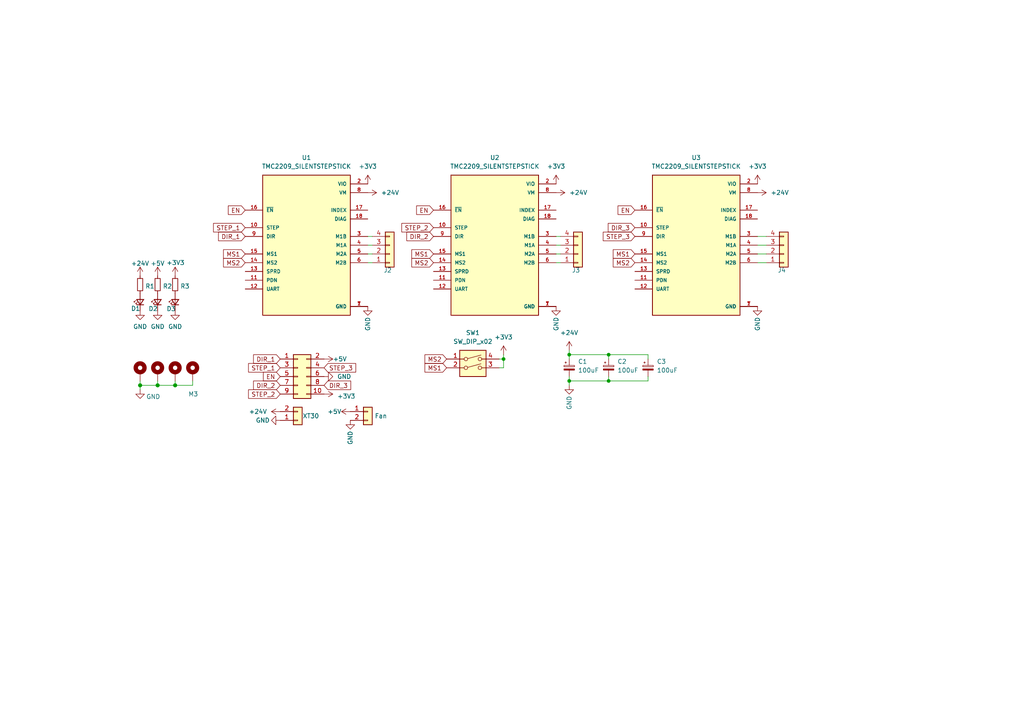
<source format=kicad_sch>
(kicad_sch (version 20231120) (generator "eeschema") (generator_version "8.0")
  (paper "A4")
  (lib_symbols
    (symbol "Connector_Generic:Conn_01x02" (pin_names (offset 1.016) hide)
      (property "Reference" "J" (at 0 2.54 0))
      (property "Value" "Conn_01x02" (at 0 -5.08 0))
      (symbol "Conn_01x02_1_1"
        (rectangle (start -1.27 -2.413) (end 0 -2.667) (stroke (width 0.1524)))
        (rectangle (start -1.27 0.127) (end 0 -0.127) (stroke (width 0.1524)))
        (rectangle (start -1.27 1.27) (end 1.27 -3.81) (stroke (width 0.254)) (fill (type background)))
        (pin passive line (at -5.08 0 0) (length 3.81) (name "Pin_1") (number "1"))
        (pin passive line (at -5.08 -2.54 0) (length 3.81) (name "Pin_2") (number "2"))
      )
    )
    (symbol "Connector_Generic:Conn_01x04" (pin_names (offset 1.016) hide)
      (property "Reference" "J" (at 0 5.08 0))
      (property "Value" "Conn_01x04" (at 0 -7.62 0))
      (symbol "Conn_01x04_1_1"
        (rectangle (start -1.27 -4.953) (end 0 -5.207) (stroke (width 0.1524)))
        (rectangle (start -1.27 -2.413) (end 0 -2.667) (stroke (width 0.1524)))
        (rectangle (start -1.27 0.127) (end 0 -0.127) (stroke (width 0.1524)))
        (rectangle (start -1.27 2.667) (end 0 2.413) (stroke (width 0.1524)))
        (rectangle (start -1.27 3.81) (end 1.27 -6.35) (stroke (width 0.254)) (fill (type background)))
        (pin passive line (at -5.08 2.54 0) (length 3.81) (name "Pin_1") (number "1"))
        (pin passive line (at -5.08 0 0) (length 3.81) (name "Pin_2") (number "2"))
        (pin passive line (at -5.08 -2.54 0) (length 3.81) (name "Pin_3") (number "3"))
        (pin passive line (at -5.08 -5.08 0) (length 3.81) (name "Pin_4") (number "4"))
      )
    )
    (symbol "Connector_Generic:Conn_02x05_Odd_Even" (pin_names (offset 1.016) hide)
      (property "Reference" "J" (at 1.27 7.62 0))
      (property "Value" "Conn_02x05_Odd_Even" (at 1.27 -7.62 0))
      (symbol "Conn_02x05_Odd_Even_1_1"
        (rectangle (start -1.27 -4.953) (end 0 -5.207) (stroke (width 0.1524)))
        (rectangle (start -1.27 -2.413) (end 0 -2.667) (stroke (width 0.1524)))
        (rectangle (start -1.27 0.127) (end 0 -0.127) (stroke (width 0.1524)))
        (rectangle (start -1.27 2.667) (end 0 2.413) (stroke (width 0.1524)))
        (rectangle (start -1.27 5.207) (end 0 4.953) (stroke (width 0.1524)))
        (rectangle (start -1.27 6.35) (end 3.81 -6.35) (stroke (width 0.254)) (fill (type background)))
        (rectangle (start 3.81 -4.953) (end 2.54 -5.207) (stroke (width 0.1524)))
        (rectangle (start 3.81 -2.413) (end 2.54 -2.667) (stroke (width 0.1524)))
        (rectangle (start 3.81 0.127) (end 2.54 -0.127) (stroke (width 0.1524)))
        (rectangle (start 3.81 2.667) (end 2.54 2.413) (stroke (width 0.1524)))
        (rectangle (start 3.81 5.207) (end 2.54 4.953) (stroke (width 0.1524)))
        (pin passive line (at -5.08 5.08 0) (length 3.81) (name "Pin_1") (number "1"))
        (pin passive line (at 7.62 -5.08 180) (length 3.81) (name "Pin_10") (number "10"))
        (pin passive line (at 7.62 5.08 180) (length 3.81) (name "Pin_2") (number "2"))
        (pin passive line (at -5.08 2.54 0) (length 3.81) (name "Pin_3") (number "3"))
        (pin passive line (at 7.62 2.54 180) (length 3.81) (name "Pin_4") (number "4"))
        (pin passive line (at -5.08 0 0) (length 3.81) (name "Pin_5") (number "5"))
        (pin passive line (at 7.62 0 180) (length 3.81) (name "Pin_6") (number "6"))
        (pin passive line (at -5.08 -2.54 0) (length 3.81) (name "Pin_7") (number "7"))
        (pin passive line (at 7.62 -2.54 180) (length 3.81) (name "Pin_8") (number "8"))
        (pin passive line (at -5.08 -5.08 0) (length 3.81) (name "Pin_9") (number "9"))
      )
    )
    (symbol "Device:C_Polarized_Small" (pin_numbers hide) (pin_names (offset 0.254) hide)
      (property "Reference" "C" (at 0.254 1.778 0))
      (property "Value" "C_Polarized_Small" (at 0.254 -2.032 0))
      (symbol "C_Polarized_Small_0_1"
        (rectangle (start -1.524 -0.3048) (end 1.524 -0.6858) (fill (type outline)))
        (rectangle (start -1.524 0.6858) (end 1.524 0.3048))
        (polyline (pts (xy -1.27 1.524) (xy -0.762 1.524)))
        (polyline (pts (xy -1.016 1.27) (xy -1.016 1.778)))
      )
      (symbol "C_Polarized_Small_1_1"
        (pin passive line (at 0 2.54 270) (length 1.8542) (name "~") (number "1"))
        (pin passive line (at 0 -2.54 90) (length 1.8542) (name "~") (number "2"))
      )
    )
    (symbol "Device:LED_Small" (pin_numbers hide) (pin_names (offset 0.254) hide)
      (property "Reference" "D" (at -1.27 3.175 0))
      (property "Value" "LED_Small" (at -4.445 -2.54 0))
      (symbol "LED_Small_0_1"
        (polyline (pts (xy -0.762 -1.016) (xy -0.762 1.016)) (stroke (width 0.254)))
        (polyline (pts (xy 1.016 0) (xy -0.762 0)))
        (polyline (pts (xy 0.762 -1.016) (xy -0.762 0) (xy 0.762 1.016) (xy 0.762 -1.016)) (stroke (width 0.254)))
        (polyline (pts (xy 0 0.762) (xy -0.508 1.27) (xy -0.254 1.27) (xy -0.508 1.27) (xy -0.508 1.016)))
        (polyline (pts (xy 0.508 1.27) (xy 0 1.778) (xy 0.254 1.778) (xy 0 1.778) (xy 0 1.524)))
      )
      (symbol "LED_Small_1_1"
        (pin passive line (at -2.54 0 0) (length 1.778) (name "K") (number "1"))
        (pin passive line (at 2.54 0 180) (length 1.778) (name "A") (number "2"))
      )
    )
    (symbol "Device:R_Small" (pin_numbers hide) (pin_names (offset 0.254) hide)
      (property "Reference" "R" (at 0.762 0.508 0))
      (property "Value" "R_Small" (at 0.762 -1.016 0))
      (symbol "R_Small_0_1"
        (rectangle (start -0.762 1.778) (end 0.762 -1.778) (stroke (width 0.2032)))
      )
      (symbol "R_Small_1_1"
        (pin passive line (at 0 2.54 270) (length 0.762) (name "~") (number "1"))
        (pin passive line (at 0 -2.54 90) (length 0.762) (name "~") (number "2"))
      )
    )
    (symbol "Mechanical:MountingHole_Pad" (pin_numbers hide) (pin_names (offset 1.016) hide)
      (property "Reference" "H" (at 0 6.35 0))
      (property "Value" "MountingHole_Pad" (at 0 4.445 0))
      (symbol "MountingHole_Pad_0_1"
        (circle (center 0 1.27) (radius 1.27) (stroke (width 1.27)))
      )
      (symbol "MountingHole_Pad_1_1"
        (pin input line (at 0 -2.54 90) (length 2.54) (name "1") (number "1"))
      )
    )
    (symbol "Switch:SW_DIP_x02" (pin_names (offset 0) hide)
      (property "Reference" "SW" (at 0 6.35 0))
      (property "Value" "SW_DIP_x02" (at 0 -3.81 0))
      (symbol "SW_DIP_x02_0_0"
        (circle (center -2.032 0) (radius 0.508))
        (circle (center -2.032 2.54) (radius 0.508))
        (polyline (pts (xy -1.524 0.127) (xy 2.3622 1.1684)))
        (polyline (pts (xy -1.524 2.667) (xy 2.3622 3.7084)))
        (circle (center 2.032 0) (radius 0.508))
        (circle (center 2.032 2.54) (radius 0.508))
      )
      (symbol "SW_DIP_x02_0_1"
        (rectangle (start -3.81 5.08) (end 3.81 -2.54) (stroke (width 0.254)) (fill (type background)))
      )
      (symbol "SW_DIP_x02_1_1"
        (pin passive line (at -7.62 2.54 0) (length 5.08) (name "~") (number "1"))
        (pin passive line (at -7.62 0 0) (length 5.08) (name "~") (number "2"))
        (pin passive line (at 7.62 0 180) (length 5.08) (name "~") (number "3"))
        (pin passive line (at 7.62 2.54 180) (length 5.08) (name "~") (number "4"))
      )
    )
    (symbol "TMC2209_SILENTSTEPSTICK_1" (pin_names (offset 1.016))
      (property "Reference" "U2" (at 0 25.4 0))
      (property "Value" "TMC2209_SILENTSTEPSTICK" (at 0 22.86 0))
      (symbol "TMC2209_SILENTSTEPSTICK_1_0_0"
        (rectangle (start -12.7 20.32) (end 12.7 -20.32) (stroke (width 0.254)) (fill (type background)))
        (pin power_in line (at 17.78 -17.78 180) (length 5.08) (name "GND") (number "1"))
        (pin input line (at -17.78 5.08 0) (length 5.08) (name "STEP") (number "10"))
        (pin bidirectional line (at -17.78 -10.16 0) (length 5.08) (name "PDN") (number "11"))
        (pin bidirectional line (at -17.78 -12.7 0) (length 5.08) (name "UART") (number "12"))
        (pin input line (at -17.78 -7.62 0) (length 5.08) (name "SPRD") (number "13"))
        (pin input line (at -17.78 -5.08 0) (length 5.08) (name "MS2") (number "14"))
        (pin input line (at -17.78 -2.54 0) (length 5.08) (name "MS1") (number "15"))
        (pin input line (at -17.78 10.16 0) (length 5.08) (name "~{EN}") (number "16"))
        (pin output line (at 17.78 10.16 180) (length 5.08) (name "INDEX") (number "17"))
        (pin output line (at 17.78 7.62 180) (length 5.08) (name "DIAG") (number "18"))
        (pin power_in line (at 17.78 17.78 180) (length 5.08) (name "VIO") (number "2"))
        (pin output line (at 17.78 2.54 180) (length 5.08) (name "M1B") (number "3"))
        (pin output line (at 17.78 0 180) (length 5.08) (name "M1A") (number "4"))
        (pin output line (at 17.78 -2.54 180) (length 5.08) (name "M2A") (number "5"))
        (pin output line (at 17.78 -5.08 180) (length 5.08) (name "M2B") (number "6"))
        (pin power_in line (at 17.78 -17.78 180) (length 5.08) (name "GND") (number "7"))
        (pin power_in line (at 17.78 15.24 180) (length 5.08) (name "VM") (number "8"))
        (pin input line (at -17.78 2.54 0) (length 5.08) (name "DIR") (number "9"))
      )
    )
    (symbol "power:+24V" (power) (pin_names (offset 0))
      (property "Value" "+24V" (at 0 3.556 0))
      (symbol "+24V_0_1"
        (polyline (pts (xy -0.762 1.27) (xy 0 2.54)))
        (polyline (pts (xy 0 0) (xy 0 2.54)))
        (polyline (pts (xy 0 2.54) (xy 0.762 1.27)))
      )
      (symbol "+24V_1_1"
        (pin power_in line (at 0 0 90) (length 0) hide (name "+24V") (number "1"))
      )
    )
    (symbol "power:+3V3" (power) (pin_names (offset 0))
      (property "Value" "+3V3" (at 0 3.556 0))
      (symbol "+3V3_0_1"
        (polyline (pts (xy -0.762 1.27) (xy 0 2.54)))
        (polyline (pts (xy 0 0) (xy 0 2.54)))
        (polyline (pts (xy 0 2.54) (xy 0.762 1.27)))
      )
      (symbol "+3V3_1_1"
        (pin power_in line (at 0 0 90) (length 0) hide (name "+3V3") (number "1"))
      )
    )
    (symbol "power:+5V" (power) (pin_names (offset 0))
      (property "Value" "+5V" (at 0 3.556 0))
      (symbol "+5V_0_1"
        (polyline (pts (xy -0.762 1.27) (xy 0 2.54)))
        (polyline (pts (xy 0 0) (xy 0 2.54)))
        (polyline (pts (xy 0 2.54) (xy 0.762 1.27)))
      )
      (symbol "+5V_1_1"
        (pin power_in line (at 0 0 90) (length 0) hide (name "+5V") (number "1"))
      )
    )
    (symbol "power:GND" (power) (pin_names (offset 0))
      (property "Value" "GND" (at 0 -3.81 0))
      (symbol "GND_0_1"
        (polyline (pts (xy 0 0) (xy 0 -1.27) (xy 1.27 -1.27) (xy 0 -2.54) (xy -1.27 -1.27) (xy 0 -1.27)))
      )
      (symbol "GND_1_1"
        (pin power_in line (at 0 0 270) (length 0) hide (name "GND") (number "1"))
      )
    )
  )
  (junction (at 40.64 111.76) (diameter 1.016))
  (junction (at 176.53 102.87))
  (junction (at 146.05 104.14))
  (junction (at 176.53 110.49))
  (junction (at 165.1 102.87))
  (junction (at 50.8 111.76) (diameter 1.016))
  (junction (at 165.1 110.49))
  (junction (at 45.72 111.76) (diameter 1.016))
  (wire (pts (xy 55.88 111.76) (xy 50.8 111.76)))
  (wire (pts (xy 165.1 102.87) (xy 165.1 104.14)))
  (wire (pts (xy 187.96 109.22) (xy 187.96 110.49)))
  (wire (pts (xy 176.53 102.87) (xy 187.96 102.87)))
  (wire (pts (xy 176.53 109.22) (xy 176.53 110.49)))
  (wire (pts (xy 55.88 110.49) (xy 55.88 111.76)))
  (wire (pts (xy 107.95 71.12) (xy 106.68 71.12)))
  (wire (pts (xy 187.96 102.87) (xy 187.96 104.14)))
  (wire (pts (xy 222.25 68.58) (xy 219.71 68.58)))
  (wire (pts (xy 222.25 76.2) (xy 219.71 76.2)))
  (wire (pts (xy 165.1 109.22) (xy 165.1 110.49)))
  (wire (pts (xy 165.1 110.49) (xy 176.53 110.49)))
  (wire (pts (xy 144.78 104.14) (xy 146.05 104.14)))
  (wire (pts (xy 162.56 76.2) (xy 161.29 76.2)))
  (wire (pts (xy 176.53 110.49) (xy 187.96 110.49)))
  (wire (pts (xy 50.8 110.49) (xy 50.8 111.76)))
  (wire (pts (xy 165.1 102.87) (xy 176.53 102.87)))
  (wire (pts (xy 222.25 73.66) (xy 219.71 73.66)))
  (wire (pts (xy 146.05 104.14) (xy 146.05 106.68)))
  (wire (pts (xy 165.1 101.6) (xy 165.1 102.87)))
  (wire (pts (xy 107.95 68.58) (xy 106.68 68.58)))
  (wire (pts (xy 107.95 73.66) (xy 106.68 73.66)))
  (wire (pts (xy 146.05 102.87) (xy 146.05 104.14)))
  (wire (pts (xy 222.25 71.12) (xy 219.71 71.12)))
  (wire (pts (xy 40.64 111.76) (xy 40.64 113.03)))
  (wire (pts (xy 162.56 73.66) (xy 161.29 73.66)))
  (wire (pts (xy 162.56 68.58) (xy 161.29 68.58)))
  (wire (pts (xy 107.95 76.2) (xy 106.68 76.2)))
  (wire (pts (xy 40.64 110.49) (xy 40.64 111.76)))
  (wire (pts (xy 50.8 111.76) (xy 45.72 111.76)))
  (wire (pts (xy 176.53 102.87) (xy 176.53 104.14)))
  (wire (pts (xy 45.72 110.49) (xy 45.72 111.76)))
  (wire (pts (xy 162.56 71.12) (xy 161.29 71.12)))
  (wire (pts (xy 165.1 110.49) (xy 165.1 111.76)))
  (wire (pts (xy 144.78 106.68) (xy 146.05 106.68)))
  (wire (pts (xy 45.72 111.76) (xy 40.64 111.76)))
  (global_label "MS2" (shape input) (at 125.73 76.2 180) (property "Intersheetrefs" "${INTERSHEET_REFS}" (effects (hide yes))))
  (global_label "EN" (shape input) (at 71.12 60.96 180) (property "Intersheetrefs" "${INTERSHEET_REFS}" (effects (hide yes))))
  (global_label "STEP_1" (shape input) (at 81.28 106.68 180) (property "Intersheetrefs" "${INTERSHEET_REFS}" (effects (hide yes))))
  (global_label "EN" (shape input) (at 184.15 60.96 180) (property "Intersheetrefs" "${INTERSHEET_REFS}" (effects (hide yes))))
  (global_label "STEP_3" (shape input) (at 93.98 106.68 0) (property "Intersheetrefs" "${INTERSHEET_REFS}" (effects (hide yes))))
  (global_label "DIR_3" (shape input) (at 93.98 111.76 0) (property "Intersheetrefs" "${INTERSHEET_REFS}" (effects (hide yes))))
  (global_label "MS2" (shape input) (at 184.15 76.2 180) (property "Intersheetrefs" "${INTERSHEET_REFS}" (effects (hide yes))))
  (global_label "DIR_1" (shape input) (at 71.12 68.58 180) (property "Intersheetrefs" "${INTERSHEET_REFS}" (effects (hide yes))))
  (global_label "EN" (shape input) (at 125.73 60.96 180) (property "Intersheetrefs" "${INTERSHEET_REFS}" (effects (hide yes))))
  (global_label "DIR_3" (shape input) (at 184.15 66.04 180) (property "Intersheetrefs" "${INTERSHEET_REFS}" (effects (hide yes))))
  (global_label "STEP_2" (shape input) (at 81.28 114.3 180) (property "Intersheetrefs" "${INTERSHEET_REFS}" (effects (hide yes))))
  (global_label "MS2" (shape input) (at 129.54 104.14 180) (property "Intersheetrefs" "${INTERSHEET_REFS}" (effects (hide yes))))
  (global_label "EN" (shape input) (at 81.28 109.22 180) (property "Intersheetrefs" "${INTERSHEET_REFS}" (effects (hide yes))))
  (global_label "MS1" (shape input) (at 71.12 73.66 180) (property "Intersheetrefs" "${INTERSHEET_REFS}" (effects (hide yes))))
  (global_label "MS1" (shape input) (at 125.73 73.66 180) (property "Intersheetrefs" "${INTERSHEET_REFS}" (effects (hide yes))))
  (global_label "DIR_1" (shape input) (at 81.28 104.14 180) (property "Intersheetrefs" "${INTERSHEET_REFS}" (effects (hide yes))))
  (global_label "DIR_2" (shape input) (at 81.28 111.76 180) (property "Intersheetrefs" "${INTERSHEET_REFS}" (effects (hide yes))))
  (global_label "MS2" (shape input) (at 71.12 76.2 180) (property "Intersheetrefs" "${INTERSHEET_REFS}" (effects (hide yes))))
  (global_label "MS1" (shape input) (at 129.54 106.68 180) (property "Intersheetrefs" "${INTERSHEET_REFS}" (effects (hide yes))))
  (global_label "STEP_1" (shape input) (at 71.12 66.04 180) (property "Intersheetrefs" "${INTERSHEET_REFS}" (effects (hide yes))))
  (global_label "DIR_2" (shape input) (at 125.73 68.58 180) (property "Intersheetrefs" "${INTERSHEET_REFS}" (effects (hide yes))))
  (global_label "STEP_3" (shape input) (at 184.15 68.58 180) (property "Intersheetrefs" "${INTERSHEET_REFS}" (effects (hide yes))))
  (global_label "MS1" (shape input) (at 184.15 73.66 180) (property "Intersheetrefs" "${INTERSHEET_REFS}" (effects (hide yes))))
  (global_label "STEP_2" (shape input) (at 125.73 66.04 180) (property "Intersheetrefs" "${INTERSHEET_REFS}" (effects (hide yes))))
  (symbol (lib_id "Connector_Generic:Conn_01x04") (at 113.03 73.66 0) (mirror x) (unit 1)
    (property "Reference" "J2" (at 111.2521 78.3785 0) (effects (justify left)))
    (property "Value" "Conn_01x04" (effects (hide yes)))
    (property "Footprint" "Connector_Molex:Molex_KK-254_AE-6410-04A_1x04_P2.54mm_Vertical" (effects (hide yes)))
  )
  (symbol (lib_id "power:GND") (at 40.64 113.03 0) (unit 1)
    (property "Reference" "#PWR015" (effects (hide yes)))
    (property "Value" "GND" (at 44.45 115.0526 0))
  )
  (symbol (lib_id "power:GND") (at 45.72 90.17 0) (unit 1)
    (property "Reference" "#PWR019" (effects (hide yes)))
    (property "Value" "GND" (at 45.72 94.7326 0))
  )
  (symbol (lib_id "power:GND") (at 165.1 111.76 0) (unit 1)
    (property "Reference" "#PWR023" (effects (hide yes)))
    (property "Value" "GND" (at 165.1 116.84 90))
  )
  (symbol (lib_id "Device:LED_Small") (at 45.72 87.63 90) (unit 1)
    (property "Reference" "D2" (at 43.0477 89.5467 90) (effects (justify right)))
    (property "Value" "LED_Small" (effects (hide yes)))
    (property "Footprint" "LED_SMD:LED_1206_3216Metric_Pad1.42x1.75mm_HandSolder" (effects (hide yes)))
  )
  (symbol (lib_name "TMC2209_SILENTSTEPSTICK_1") (lib_id "TMC2209_SILENTSTEPSTICK:TMC2209_SILENTSTEPSTICK") (at 201.93 71.12 0) (unit 1)
    (property "Reference" "U3" (at 201.93 45.72 0))
    (property "Value" "TMC2209_SILENTSTEPSTICK" (at 201.93 48.26 0))
    (property "Footprint" "TMC2209_SILENTSTEPSTICK:MODULE_TMC2209_SILENTSTEPSTICK" (effects (hide yes)))
    (property "MF" "Trinamic Motion Control GmbH" (effects (hide yes)))
    (property "Description_1" "\nTMC2209 Motor Controller/Driver Power Management Evaluation Board\n" (effects (hide yes)))
    (property "Package" "None" (effects (hide yes)))
    (property "Price" "None" (effects (hide yes)))
    (property "Check_prices" "https://www.snapeda.com/parts/TMC2209%20SILENTSTEPSTICK/Trinamic+Motion+Control+GmbH/view-part/?ref=eda" (effects (hide yes)))
    (property "STANDARD" "Manufacturer Recommendations" (effects (hide yes)))
    (property "PARTREV" "1.20" (effects (hide yes)))
    (property "SnapEDA_Link" "https://www.snapeda.com/parts/TMC2209%20SILENTSTEPSTICK/Trinamic+Motion+Control+GmbH/view-part/?ref=snap" (effects (hide yes)))
    (property "MP" "TMC2209 SILENTSTEPSTICK" (effects (hide yes)))
    (property "MANUFACTURER" "Trinamic Motion Control GmbH" (effects (hide yes)))
    (property "Availability" "In Stock" (effects (hide yes)))
    (property "SNAPEDA_PN" "TMC2209 SILENTSTEPSTICK" (effects (hide yes)))
  )
  (symbol (lib_id "power:+24V") (at 165.1 101.6 0) (unit 1)
    (property "Reference" "#PWR024" (effects (hide yes)))
    (property "Value" "+24V" (at 165.1 96.52 0))
  )
  (symbol (lib_id "Device:R_Small") (at 40.64 82.55 180) (unit 1)
    (property "Reference" "R1" (at 42.1387 83.029 0) (effects (justify right)))
    (property "Value" "R_Small" (effects (hide yes)))
    (property "Footprint" "Resistor_SMD:R_1206_3216Metric_Pad1.30x1.75mm_HandSolder" (effects (hide yes)))
  )
  (symbol (lib_id "Connector_Generic:Conn_01x02") (at 106.68 119.38 0) (unit 1)
    (property "Reference" "J5" (effects (hide yes)))
    (property "Value" "Fan" (at 110.49 120.65 0))
    (property "Footprint" "Connector_Molex:Molex_KK-254_AE-6410-02A_1x02_P2.54mm_Vertical" (effects (hide yes)))
  )
  (symbol (lib_id "power:+24V") (at 219.71 55.88 270) (unit 1)
    (property "Reference" "#PWR013" (effects (hide yes)))
    (property "Value" "+24V" (at 223.52 55.8799 90) (effects (justify left)))
  )
  (symbol (lib_name "TMC2209_SILENTSTEPSTICK_1") (lib_id "TMC2209_SILENTSTEPSTICK:TMC2209_SILENTSTEPSTICK") (at 143.51 71.12 0) (unit 1)
    (property "Reference" "U2" (at 143.51 45.72 0))
    (property "Value" "TMC2209_SILENTSTEPSTICK" (at 143.51 48.26 0))
    (property "Footprint" "TMC2209_SILENTSTEPSTICK:MODULE_TMC2209_SILENTSTEPSTICK" (effects (hide yes)))
    (property "MF" "Trinamic Motion Control GmbH" (effects (hide yes)))
    (property "Description_1" "\nTMC2209 Motor Controller/Driver Power Management Evaluation Board\n" (effects (hide yes)))
    (property "Package" "None" (effects (hide yes)))
    (property "Price" "None" (effects (hide yes)))
    (property "Check_prices" "https://www.snapeda.com/parts/TMC2209%20SILENTSTEPSTICK/Trinamic+Motion+Control+GmbH/view-part/?ref=eda" (effects (hide yes)))
    (property "STANDARD" "Manufacturer Recommendations" (effects (hide yes)))
    (property "PARTREV" "1.20" (effects (hide yes)))
    (property "SnapEDA_Link" "https://www.snapeda.com/parts/TMC2209%20SILENTSTEPSTICK/Trinamic+Motion+Control+GmbH/view-part/?ref=snap" (effects (hide yes)))
    (property "MP" "TMC2209 SILENTSTEPSTICK" (effects (hide yes)))
    (property "MANUFACTURER" "Trinamic Motion Control GmbH" (effects (hide yes)))
    (property "Availability" "In Stock" (effects (hide yes)))
    (property "SNAPEDA_PN" "TMC2209 SILENTSTEPSTICK" (effects (hide yes)))
  )
  (symbol (lib_id "power:GND") (at 161.29 88.9 0) (unit 1)
    (property "Reference" "#PWR011" (effects (hide yes)))
    (property "Value" "GND" (at 161.29 93.98 90))
  )
  (symbol (lib_id "power:+3V3") (at 146.05 102.87 0) (unit 1)
    (property "Reference" "#PWR022" (effects (hide yes)))
    (property "Value" "+3V3" (at 146.05 97.79 0))
  )
  (symbol (lib_id "power:GND") (at 40.64 90.17 0) (unit 1)
    (property "Reference" "#PWR017" (effects (hide yes)))
    (property "Value" "GND" (at 40.64 94.7326 0))
  )
  (symbol (lib_id "power:GND") (at 101.6 121.92 0) (unit 1)
    (property "Reference" "#PWR025" (effects (hide yes)))
    (property "Value" "GND" (at 101.6 127 90))
  )
  (symbol (lib_id "power:+24V") (at 81.28 119.38 90) (unit 1)
    (property "Reference" "#PWR01" (effects (hide yes)))
    (property "Value" "+24V" (at 77.47 119.3799 90) (effects (justify left)))
  )
  (symbol (lib_id "power:+3V3") (at 219.71 53.34 0) (unit 1)
    (property "Reference" "#PWR012" (effects (hide yes)))
    (property "Value" "+3V3" (at 219.71 48.26 0))
  )
  (symbol (lib_id "power:+3V3") (at 106.68 53.34 0) (unit 1)
    (property "Reference" "#PWR06" (effects (hide yes)))
    (property "Value" "+3V3" (at 106.68 48.26 0))
  )
  (symbol (lib_id "power:+3V3") (at 93.98 114.3 270) (unit 1)
    (property "Reference" "#PWR05" (effects (hide yes)))
    (property "Value" "+3V3" (at 97.79 114.935 90) (effects (justify left)))
  )
  (symbol (lib_id "Connector_Generic:Conn_01x04") (at 227.33 73.66 0) (mirror x) (unit 1)
    (property "Reference" "J4" (at 225.5521 78.3785 0) (effects (justify left)))
    (property "Value" "Conn_01x04" (effects (hide yes)))
    (property "Footprint" "Connector_Molex:Molex_KK-254_AE-6410-04A_1x04_P2.54mm_Vertical" (effects (hide yes)))
  )
  (symbol (lib_id "Switch:SW_DIP_x02") (at 137.16 106.68 0) (unit 1)
    (property "Reference" "SW1" (at 137.16 96.52 0))
    (property "Value" "SW_DIP_x02" (at 137.16 99.06 0))
    (property "Footprint" "Button_Switch_THT:SW_DIP_SPSTx02_Slide_9.78x7.26mm_W7.62mm_P2.54mm" (effects (hide yes)))
    (property "Description" "2x DIP Switch, Single Pole Single Throw (SPST) switch, small symbol" (effects (hide yes)))
  )
  (symbol (lib_id "power:GND") (at 81.28 121.92 270) (unit 1)
    (property "Reference" "#PWR02" (effects (hide yes)))
    (property "Value" "GND" (at 76.2 121.92 90))
  )
  (symbol (lib_id "power:+24V") (at 161.29 55.88 270) (unit 1)
    (property "Reference" "#PWR010" (effects (hide yes)))
    (property "Value" "+24V" (at 165.1 55.8799 90) (effects (justify left)))
  )
  (symbol (lib_id "Device:R_Small") (at 50.8 82.55 180) (unit 1)
    (property "Reference" "R3" (at 52.2987 83.029 0) (effects (justify right)))
    (property "Value" "R_Small" (effects (hide yes)))
    (property "Footprint" "Resistor_SMD:R_1206_3216Metric_Pad1.30x1.75mm_HandSolder" (effects (hide yes)))
  )
  (symbol (lib_id "Mechanical:MountingHole_Pad") (at 45.72 107.95 0) (unit 1)
    (property "Reference" "H2" (effects (hide yes)))
    (property "Value" "M3" (effects (hide yes)))
    (property "Footprint" "MountingHole:MountingHole_3.2mm_M3_Pad_Via" (effects (hide yes)))
  )
  (symbol (lib_id "Device:LED_Small") (at 40.64 87.63 90) (unit 1)
    (property "Reference" "D1" (at 37.9858 89.4811 90) (effects (justify right)))
    (property "Value" "LED_Small" (effects (hide yes)))
    (property "Footprint" "LED_SMD:LED_1206_3216Metric_Pad1.42x1.75mm_HandSolder" (effects (hide yes)))
  )
  (symbol (lib_id "power:+5V") (at 101.6 119.38 90) (unit 1)
    (property "Reference" "#PWR026" (effects (hide yes)))
    (property "Value" "+5V" (at 99.06 119.38 90) (effects (justify left)))
  )
  (symbol (lib_id "power:GND") (at 93.98 109.22 90) (unit 1)
    (property "Reference" "#PWR04" (effects (hide yes)))
    (property "Value" "GND" (at 97.79 109.22 90) (effects (justify right)))
  )
  (symbol (lib_id "power:+5V") (at 45.72 80.01 0) (unit 1)
    (property "Reference" "#PWR018" (effects (hide yes)))
    (property "Value" "+5V" (at 45.72 76.4054 0))
  )
  (symbol (lib_id "power:GND") (at 219.71 88.9 0) (unit 1)
    (property "Reference" "#PWR014" (effects (hide yes)))
    (property "Value" "GND" (at 219.71 93.98 90))
  )
  (symbol (lib_id "Connector_Generic:Conn_01x04") (at 167.64 73.66 0) (mirror x) (unit 1)
    (property "Reference" "J3" (at 165.8621 78.3785 0) (effects (justify left)))
    (property "Value" "Conn_01x04" (effects (hide yes)))
    (property "Footprint" "Connector_Molex:Molex_KK-254_AE-6410-04A_1x04_P2.54mm_Vertical" (effects (hide yes)))
  )
  (symbol (lib_id "Device:C_Polarized_Small") (at 165.1 106.68 0) (unit 1)
    (property "Reference" "C1" (at 167.64 104.8639 0) (effects (justify left)))
    (property "Value" "100uF" (at 167.64 107.4039 0) (effects (justify left)))
    (property "Footprint" "Capacitor_THT:CP_Radial_D8.0mm_P3.50mm" (effects (hide yes)))
    (property "Datasheet" "https://fr.rs-online.com/web/p/condensateurs-electrolytiques-aluminium/7060582" (effects (hide yes)))
  )
  (symbol (lib_id "Device:LED_Small") (at 50.8 87.63 90) (unit 1)
    (property "Reference" "D3" (at 48.2925 89.5619 90) (effects (justify right)))
    (property "Value" "LED_Small" (effects (hide yes)))
    (property "Footprint" "LED_SMD:LED_1206_3216Metric_Pad1.42x1.75mm_HandSolder" (effects (hide yes)))
  )
  (symbol (lib_id "Device:R_Small") (at 45.72 82.55 180) (unit 1)
    (property "Reference" "R2" (at 47.2187 83.029 0) (effects (justify right)))
    (property "Value" "R_Small" (effects (hide yes)))
    (property "Footprint" "Resistor_SMD:R_1206_3216Metric_Pad1.30x1.75mm_HandSolder" (effects (hide yes)))
  )
  (symbol (lib_id "power:+3V3") (at 161.29 53.34 0) (unit 1)
    (property "Reference" "#PWR09" (effects (hide yes)))
    (property "Value" "+3V3" (at 161.29 48.26 0))
  )
  (symbol (lib_id "Connector_Generic:Conn_02x05_Odd_Even") (at 86.36 109.22 0) (unit 1)
    (property "Reference" "IHM-IO1" (effects (hide yes)))
    (property "Value" "Conn_02x05_Odd_Even" (effects (hide yes)))
    (property "Footprint" "Connector_IDC:IDC-Header_2x05_P2.54mm_Vertical" (effects (hide yes)))
  )
  (symbol (lib_id "power:GND") (at 50.8 90.17 0) (unit 1)
    (property "Reference" "#PWR021" (effects (hide yes)))
    (property "Value" "GND" (at 50.8 94.7326 0))
  )
  (symbol (lib_id "power:+24V") (at 106.68 55.88 270) (unit 1)
    (property "Reference" "#PWR07" (effects (hide yes)))
    (property "Value" "+24V" (at 110.49 55.8799 90) (effects (justify left)))
  )
  (symbol (lib_id "power:+24V") (at 40.64 80.01 0) (unit 1)
    (property "Reference" "#PWR016" (effects (hide yes)))
    (property "Value" "+24V" (at 40.64 76.4054 0))
  )
  (symbol (lib_id "power:+5V") (at 93.98 104.14 270) (unit 1)
    (property "Reference" "#PWR03" (effects (hide yes)))
    (property "Value" "+5V" (at 96.52 104.14 90) (effects (justify left)))
  )
  (symbol (lib_id "Mechanical:MountingHole_Pad") (at 40.64 107.95 0) (unit 1)
    (property "Reference" "H1" (effects (hide yes)))
    (property "Value" "M3" (effects (hide yes)))
    (property "Footprint" "MountingHole:MountingHole_3.2mm_M3_Pad_Via" (effects (hide yes)))
  )
  (symbol (lib_id "Device:C_Polarized_Small") (at 187.96 106.68 0) (unit 1)
    (property "Reference" "C3" (at 190.5 104.8639 0) (effects (justify left)))
    (property "Value" "100uF" (at 190.5 107.4039 0) (effects (justify left)))
    (property "Footprint" "Capacitor_THT:CP_Radial_D8.0mm_P3.50mm" (effects (hide yes)))
    (property "Datasheet" "https://fr.rs-online.com/web/p/condensateurs-electrolytiques-aluminium/7060582" (effects (hide yes)))
  )
  (symbol (lib_id "Device:C_Polarized_Small") (at 176.53 106.68 0) (unit 1)
    (property "Reference" "C2" (at 179.07 104.8639 0) (effects (justify left)))
    (property "Value" "100uF" (at 179.07 107.4039 0) (effects (justify left)))
    (property "Footprint" "Capacitor_THT:CP_Radial_D8.0mm_P3.50mm" (effects (hide yes)))
    (property "Datasheet" "https://fr.rs-online.com/web/p/condensateurs-electrolytiques-aluminium/7060582" (effects (hide yes)))
  )
  (symbol (lib_id "power:+3V3") (at 50.8 80.01 0) (unit 1)
    (property "Reference" "#PWR020" (effects (hide yes)))
    (property "Value" "+3V3" (at 48.26 76.2 0) (effects (justify left)))
  )
  (symbol (lib_id "Connector_Generic:Conn_01x02") (at 86.36 121.92 0) (mirror x) (unit 1)
    (property "Reference" "J1" (effects (hide yes)))
    (property "Value" "XT30" (at 90.17 120.65 0))
    (property "Footprint" "Connector_AMASS:AMASS_XT30U-F_1x02_P5.0mm_Vertical" (effects (hide yes)))
  )
  (symbol (lib_id "Mechanical:MountingHole_Pad") (at 50.8 107.95 0) (unit 1)
    (property "Reference" "H3" (effects (hide yes)))
    (property "Value" "M3" (effects (hide yes)))
    (property "Footprint" "MountingHole:MountingHole_3.2mm_M3_Pad_Via" (effects (hide yes)))
  )
  (symbol (lib_id "power:GND") (at 106.68 88.9 0) (unit 1)
    (property "Reference" "#PWR08" (effects (hide yes)))
    (property "Value" "GND" (at 106.68 93.98 90))
  )
  (symbol (lib_id "Mechanical:MountingHole_Pad") (at 55.88 107.95 0) (unit 1)
    (property "Reference" "H4" (effects (hide yes)))
    (property "Value" "M3" (at 54.61 114.3 0) (effects (justify left)))
    (property "Footprint" "MountingHole:MountingHole_3.2mm_M3_Pad_Via" (effects (hide yes)))
  )
  (symbol (lib_name "TMC2209_SILENTSTEPSTICK_1") (lib_id "TMC2209_SILENTSTEPSTICK:TMC2209_SILENTSTEPSTICK") (at 88.9 71.12 0) (unit 1)
    (property "Reference" "U1" (at 88.9 45.72 0))
    (property "Value" "TMC2209_SILENTSTEPSTICK" (at 88.9 48.26 0))
    (property "Footprint" "TMC2209_SILENTSTEPSTICK:MODULE_TMC2209_SILENTSTEPSTICK" (effects (hide yes)))
    (property "MF" "Trinamic Motion Control GmbH" (effects (hide yes)))
    (property "Description_1" "\nTMC2209 Motor Controller/Driver Power Management Evaluation Board\n" (effects (hide yes)))
    (property "Package" "None" (effects (hide yes)))
    (property "Price" "None" (effects (hide yes)))
    (property "Check_prices" "https://www.snapeda.com/parts/TMC2209%20SILENTSTEPSTICK/Trinamic+Motion+Control+GmbH/view-part/?ref=eda" (effects (hide yes)))
    (property "STANDARD" "Manufacturer Recommendations" (effects (hide yes)))
    (property "PARTREV" "1.20" (effects (hide yes)))
    (property "SnapEDA_Link" "https://www.snapeda.com/parts/TMC2209%20SILENTSTEPSTICK/Trinamic+Motion+Control+GmbH/view-part/?ref=snap" (effects (hide yes)))
    (property "MP" "TMC2209 SILENTSTEPSTICK" (effects (hide yes)))
    (property "MANUFACTURER" "Trinamic Motion Control GmbH" (effects (hide yes)))
    (property "Availability" "In Stock" (effects (hide yes)))
    (property "SNAPEDA_PN" "TMC2209 SILENTSTEPSTICK" (effects (hide yes)))
  )
)
</source>
